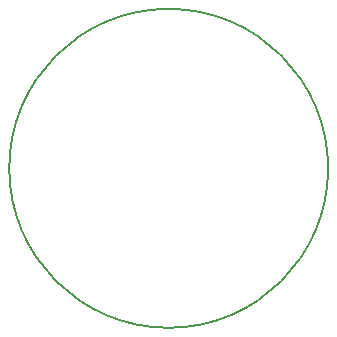
<source format=gm1>
G04 #@! TF.GenerationSoftware,KiCad,Pcbnew,6.0.8-f2edbf62ab~116~ubuntu20.04.1*
G04 #@! TF.CreationDate,2022-10-20T17:58:05+02:00*
G04 #@! TF.ProjectId,IR-Lese-Schreibkopf,49522d4c-6573-4652-9d53-636872656962,rev?*
G04 #@! TF.SameCoordinates,Original*
G04 #@! TF.FileFunction,Profile,NP*
%FSLAX46Y46*%
G04 Gerber Fmt 4.6, Leading zero omitted, Abs format (unit mm)*
G04 Created by KiCad (PCBNEW 6.0.8-f2edbf62ab~116~ubuntu20.04.1) date 2022-10-20 17:58:05*
%MOMM*%
%LPD*%
G01*
G04 APERTURE LIST*
G04 #@! TA.AperFunction,Profile*
%ADD10C,0.200000*%
G04 #@! TD*
G04 APERTURE END LIST*
D10*
X150660000Y-99060000D02*
G75*
G03*
X150660000Y-99060000I-13500000J0D01*
G01*
M02*

</source>
